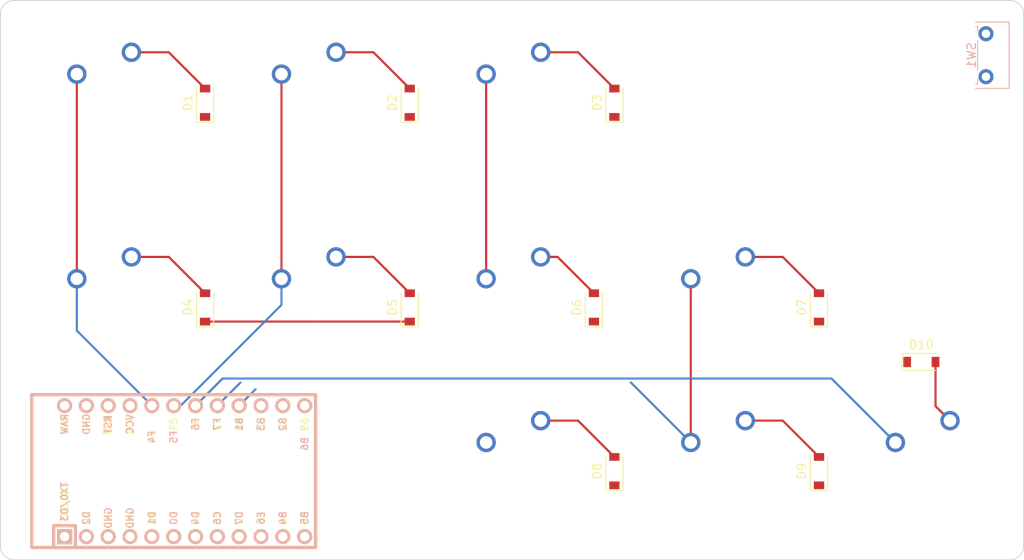
<source format=kicad_pcb>
(kicad_pcb (version 20211014) (generator pcbnew)
  (layers (0 "F.Cu" signal) (31 "B.Cu" signal) (34 "B.Paste" user) (35 "F.Paste" user) (36 "B.SilkS" user "B.Silkscreen") (37 "F.SilkS" user "F.Silkscreen") (38 "B.Mask" user) (39 "F.Mask" user) (44 "Edge.Cuts" user))
  (net 0 "")
  (net 1 "/ROW0")
  (net 2 "Net-(D1-Pad2)")
  (net 3 "Net-(D2-Pad2)")
  (net 4 "Net-(D3-Pad2)")
  (net 5 "/ROW1")
  (net 6 "Net-(D4-Pad2)")
  (net 7 "Net-(D5-Pad2)")
  (net 8 "Net-(D6-Pad2)")
  (net 9 "Net-(D7-Pad2)")
  (net 10 "/ROW2")
  (net 11 "Net-(D8-Pad2)")
  (net 12 "Net-(D9-Pad2)")
  (net 13 "Net-(D10-Pad2)")
  (net 14 "/COL0")
  (net 15 "/COL1")
  (net 16 "/COL2")
  (net 17 "/COL3")
  (net 18 "/COL4")
  (net 19 "GND")
  (net 20 "Net-(SW1-Pad1)")
  (net 30 "+5V")
  (footprint "Diode_SMD:D_SOD-123" (layer "F.Cu") (at 152.4 73.81875 90)
    (fp_text reference "D4" (at 0 -2 90) (layer "F.SilkS"))
    (fp_text value "D_Small")
    (fp_line (start -2.25 -1) (end 1.65 -1) (layer "F.SilkS") (width 0.12))
    (fp_line (start -2.25 -1) (end -2.25 1) (layer "F.SilkS") (width 0.12))
    (fp_line (start -2.25 1) (end 1.65 1) (layer "F.SilkS") (width 0.12))
    (pad "1" smd rect (at -1.65 0 90) (size 0.9 1.2) (layers "F.Cu" "F.Paste" "F.Mask") (net 5 "/ROW1"))
    (pad "2" smd rect (at 1.65 0 90) (size 0.9 1.2) (layers "F.Cu" "F.Paste" "F.Mask") (net 6 "Net-(D4-Pad2)"))
  )
  (footprint "Diode_SMD:D_SOD-123" (layer "F.Cu") (at 223.8375 73.81875 90)
    (fp_text reference "D7" (at 0 -2 90) (layer "F.SilkS"))
    (fp_text value "D_Small")
    (fp_line (start -2.25 -1) (end -2.25 1) (layer "F.SilkS") (width 0.12))
    (fp_line (start -2.25 1) (end 1.65 1) (layer "F.SilkS") (width 0.12))
    (fp_line (start -2.25 -1) (end 1.65 -1) (layer "F.SilkS") (width 0.12))
    (pad "1" smd rect (at -1.65 0 90) (size 0.9 1.2) (layers "F.Cu" "F.Paste" "F.Mask") (net 5 "/ROW1"))
    (pad "2" smd rect (at 1.65 0 90) (size 0.9 1.2) (layers "F.Cu" "F.Paste" "F.Mask") (net 9 "Net-(D7-Pad2)"))
  )
  (footprint "MX_Only:MXOnly-1U-NoLED" (layer "F.Cu") (at 188.9125 49.2125)
    (fp_text reference "MX3")
    (fp_text value "MX-NoLED")
    (pad "" np_thru_hole circle locked (at 0 0) (size 3.9878 3.9878) (drill 3.9878) (layers *.Cu *.Mask))
    (pad "" np_thru_hole circle locked (at -5.08 0 48.0996) (size 1.75 1.75) (drill 1.75) (layers *.Cu *.Mask))
    (pad "" np_thru_hole circle locked (at 5.08 0 48.0996) (size 1.75 1.75) (drill 1.75) (layers *.Cu *.Mask))
    (pad "1" thru_hole circle locked (at -3.81 -2.54) (size 2.25 2.25) (drill 1.47) (layers *.Cu "B.Mask") (net 16 "/COL2"))
    (pad "2" thru_hole circle locked (at 2.54 -5.08) (size 2.25 2.25) (drill 1.47) (layers *.Cu "B.Mask") (net 4 "Net-(D3-Pad2)"))
  )
  (footprint "MX_Only:MXOnly-1U-NoLED" (layer "F.Cu") (at 212.725 73.025)
    (fp_text reference "MX7")
    (fp_text value "MX-NoLED")
    (pad "" np_thru_hole circle locked (at 5.08 0 48.0996) (size 1.75 1.75) (drill 1.75) (layers *.Cu *.Mask))
    (pad "" np_thru_hole circle locked (at 0 0) (size 3.9878 3.9878) (drill 3.9878) (layers *.Cu *.Mask))
    (pad "" np_thru_hole circle locked (at -5.08 0 48.0996) (size 1.75 1.75) (drill 1.75) (layers *.Cu *.Mask))
    (pad "1" thru_hole circle locked (at -3.81 -2.54) (size 2.25 2.25) (drill 1.47) (layers *.Cu "B.Mask") (net 17 "/COL3"))
    (pad "2" thru_hole circle locked (at 2.54 -5.08) (size 2.25 2.25) (drill 1.47) (layers *.Cu "B.Mask") (net 9 "Net-(D7-Pad2)"))
  )
  (footprint "MX_Only:MXOnly-1U-NoLED" (layer "F.Cu") (at 165.1 73.025)
    (fp_text reference "MX5")
    (fp_text value "MX-NoLED")
    (pad "" np_thru_hole circle locked (at 5.08 0 48.0996) (size 1.75 1.75) (drill 1.75) (layers *.Cu *.Mask))
    (pad "" np_thru_hole circle locked (at -5.08 0 48.0996) (size 1.75 1.75) (drill 1.75) (layers *.Cu *.Mask))
    (pad "" np_thru_hole circle locked (at 0 0) (size 3.9878 3.9878) (drill 3.9878) (layers *.Cu *.Mask))
    (pad "1" thru_hole circle locked (at -3.81 -2.54) (size 2.25 2.25) (drill 1.47) (layers *.Cu "B.Mask") (net 15 "/COL1"))
    (pad "2" thru_hole circle locked (at 2.54 -5.08) (size 2.25 2.25) (drill 1.47) (layers *.Cu "B.Mask") (net 7 "Net-(D5-Pad2)"))
  )
  (footprint "MX_Only:MXOnly-1U-NoLED" (layer "F.Cu") (at 165.1 49.2125)
    (fp_text reference "MX2")
    (fp_text value "MX-NoLED")
    (pad "" np_thru_hole circle locked (at 5.08 0 48.0996) (size 1.75 1.75) (drill 1.75) (layers *.Cu *.Mask))
    (pad "" np_thru_hole circle locked (at 0 0) (size 3.9878 3.9878) (drill 3.9878) (layers *.Cu *.Mask))
    (pad "" np_thru_hole circle locked (at -5.08 0 48.0996) (size 1.75 1.75) (drill 1.75) (layers *.Cu *.Mask))
    (pad "1" thru_hole circle locked (at -3.81 -2.54) (size 2.25 2.25) (drill 1.47) (layers *.Cu "B.Mask") (net 15 "/COL1"))
    (pad "2" thru_hole circle locked (at 2.54 -5.08) (size 2.25 2.25) (drill 1.47) (layers *.Cu "B.Mask") (net 3 "Net-(D2-Pad2)"))
  )
  (footprint "MX_Only:MXOnly-1U-NoLED" (layer "F.Cu") (at 141.2875 73.025)
    (fp_text reference "MX4")
    (fp_text value "MX-NoLED")
    (pad "" np_thru_hole circle locked (at 0 0) (size 3.9878 3.9878) (drill 3.9878) (layers *.Cu *.Mask))
    (pad "" np_thru_hole circle locked (at -5.08 0 48.0996) (size 1.75 1.75) (drill 1.75) (layers *.Cu *.Mask))
    (pad "" np_thru_hole circle locked (at 5.08 0 48.0996) (size 1.75 1.75) (drill 1.75) (layers *.Cu *.Mask))
    (pad "1" thru_hole circle locked (at -3.81 -2.54) (size 2.25 2.25) (drill 1.47) (layers *.Cu "B.Mask") (net 14 "/COL0"))
    (pad "2" thru_hole circle locked (at 2.54 -5.08) (size 2.25 2.25) (drill 1.47) (layers *.Cu "B.Mask") (net 6 "Net-(D4-Pad2)"))
  )
  (footprint "MX_Only:MXOnly-1U-NoLED" (layer "F.Cu") (at 188.9125 73.025)
    (fp_text reference "MX6")
    (fp_text value "MX-NoLED")
    (pad "" np_thru_hole circle locked (at -5.08 0 48.0996) (size 1.75 1.75) (drill 1.75) (layers *.Cu *.Mask))
    (pad "" np_thru_hole circle locked (at 5.08 0 48.0996) (size 1.75 1.75) (drill 1.75) (layers *.Cu *.Mask))
    (pad "" np_thru_hole circle locked (at 0 0) (size 3.9878 3.9878) (drill 3.9878) (layers *.Cu *.Mask))
    (pad "1" thru_hole circle locked (at -3.81 -2.54) (size 2.25 2.25) (drill 1.47) (layers *.Cu "B.Mask") (net 16 "/COL2"))
    (pad "2" thru_hole circle locked (at 2.54 -5.08) (size 2.25 2.25) (drill 1.47) (layers *.Cu "B.Mask") (net 8 "Net-(D6-Pad2)"))
  )
  (footprint "Diode_SMD:D_SOD-123" (layer "F.Cu") (at 200.025 92.86875 90)
    (fp_text reference "D8" (at 0 -2 90) (layer "F.SilkS"))
    (fp_text value "D_Small")
    (fp_line (start -2.25 -1) (end 1.65 -1) (layer "F.SilkS") (width 0.12))
    (fp_line (start -2.25 1) (end 1.65 1) (layer "F.SilkS") (width 0.12))
    (fp_line (start -2.25 -1) (end -2.25 1) (layer "F.SilkS") (width 0.12))
    (pad "1" smd rect (at -1.65 0 90) (size 0.9 1.2) (layers "F.Cu" "F.Paste" "F.Mask") (net 10 "/ROW2"))
    (pad "2" smd rect (at 1.65 0 90) (size 0.9 1.2) (layers "F.Cu" "F.Paste" "F.Mask") (net 11 "Net-(D8-Pad2)"))
  )
  (footprint "Diode_SMD:D_SOD-123" (layer "F.Cu") (at 223.8375 92.86875 90)
    (fp_text reference "D9" (at 0 -2 90) (layer "F.SilkS"))
    (fp_text value "D_Small")
    (fp_line (start -2.25 -1) (end 1.65 -1) (layer "F.SilkS") (width 0.12))
    (fp_line (start -2.25 1) (end 1.65 1) (layer "F.SilkS") (width 0.12))
    (fp_line (start -2.25 -1) (end -2.25 1) (layer "F.SilkS") (width 0.12))
    (pad "1" smd rect (at -1.65 0 90) (size 0.9 1.2) (layers "F.Cu" "F.Paste" "F.Mask") (net 10 "/ROW2"))
    (pad "2" smd rect (at 1.65 0 90) (size 0.9 1.2) (layers "F.Cu" "F.Paste" "F.Mask") (net 12 "Net-(D9-Pad2)"))
  )
  (footprint "Diode_SMD:D_SOD-123" (layer "F.Cu") (at 176.2125 73.81875 90)
    (fp_text reference "D5" (at 0 -2 90) (layer "F.SilkS"))
    (fp_text value "D_Small")
    (fp_line (start -2.25 -1) (end 1.65 -1) (layer "F.SilkS") (width 0.12))
    (fp_line (start -2.25 1) (end 1.65 1) (layer "F.SilkS") (width 0.12))
    (fp_line (start -2.25 -1) (end -2.25 1) (layer "F.SilkS") (width 0.12))
    (pad "1" smd rect (at -1.65 0 90) (size 0.9 1.2) (layers "F.Cu" "F.Paste" "F.Mask") (net 5 "/ROW1"))
    (pad "2" smd rect (at 1.65 0 90) (size 0.9 1.2) (layers "F.Cu" "F.Paste" "F.Mask") (net 7 "Net-(D5-Pad2)"))
  )
  (footprint "Diode_SMD:D_SOD-123" (layer "F.Cu") (at 197.64375 73.81875 90)
    (fp_text reference "D6" (at 0 -2 90) (layer "F.SilkS"))
    (fp_text value "D_Small")
    (fp_line (start -2.25 -1) (end 1.65 -1) (layer "F.SilkS") (width 0.12))
    (fp_line (start -2.25 1) (end 1.65 1) (layer "F.SilkS") (width 0.12))
    (fp_line (start -2.25 -1) (end -2.25 1) (layer "F.SilkS") (width 0.12))
    (pad "1" smd rect (at -1.65 0 90) (size 0.9 1.2) (layers "F.Cu" "F.Paste" "F.Mask") (net 5 "/ROW1"))
    (pad "2" smd rect (at 1.65 0 90) (size 0.9 1.2) (layers "F.Cu" "F.Paste" "F.Mask") (net 8 "Net-(D6-Pad2)"))
  )
  (footprint "MX_Only:MXOnly-1U-NoLED" (layer "F.Cu") (at 212.725 92.075)
    (fp_text reference "MX9")
    (fp_text value "MX-NoLED")
    (pad "" np_thru_hole circle locked (at 0 0) (size 3.9878 3.9878) (drill 3.9878) (layers *.Cu *.Mask))
    (pad "" np_thru_hole circle locked (at 5.08 0 48.0996) (size 1.75 1.75) (drill 1.75) (layers *.Cu *.Mask))
    (pad "" np_thru_hole circle locked (at -5.08 0 48.0996) (size 1.75 1.75) (drill 1.75) (layers *.Cu *.Mask))
    (pad "1" thru_hole circle locked (at -3.81 -2.54) (size 2.25 2.25) (drill 1.47) (layers *.Cu "B.Mask") (net 17 "/COL3"))
    (pad "2" thru_hole circle locked (at 2.54 -5.08) (size 2.25 2.25) (drill 1.47) (layers *.Cu "B.Mask") (net 12 "Net-(D9-Pad2)"))
  )
  (footprint "MX_Only:MXOnly-1U-NoLED" (layer "F.Cu") (at 188.9125 92.075)
    (fp_text reference "MX8")
    (fp_text value "MX-NoLED")
    (pad "" np_thru_hole circle locked (at 5.08 0 48.0996) (size 1.75 1.75) (drill 1.75) (layers *.Cu *.Mask))
    (pad "" np_thru_hole circle locked (at 0 0) (size 3.9878 3.9878) (drill 3.9878) (layers *.Cu *.Mask))
    (pad "" np_thru_hole circle locked (at -5.08 0 48.0996) (size 1.75 1.75) (drill 1.75) (layers *.Cu *.Mask))
    (pad "1" thru_hole circle locked (at -3.81 -2.54) (size 2.25 2.25) (drill 1.47) (layers *.Cu "B.Mask") (net 16 "/COL2"))
    (pad "2" thru_hole circle locked (at 2.54 -5.08) (size 2.25 2.25) (drill 1.47) (layers *.Cu "B.Mask") (net 11 "Net-(D8-Pad2)"))
  )
  (footprint "Diode_SMD:D_SOD-123" (layer "F.Cu") (at 152.4 50.00625 90)
    (fp_text reference "D1" (at 0 -2 90) (layer "F.SilkS"))
    (fp_text value "D_Small")
    (fp_line (start -2.25 1) (end 1.65 1) (layer "F.SilkS") (width 0.12))
    (fp_line (start -2.25 -1) (end 1.65 -1) (layer "F.SilkS") (width 0.12))
    (fp_line (start -2.25 -1) (end -2.25 1) (layer "F.SilkS") (width 0.12))
    (pad "1" smd rect (at -1.65 0 90) (size 0.9 1.2) (layers "F.Cu" "F.Paste" "F.Mask") (net 1 "/ROW0"))
    (pad "2" smd rect (at 1.65 0 90) (size 0.9 1.2) (layers "F.Cu" "F.Paste" "F.Mask") (net 2 "Net-(D1-Pad2)"))
  )
  (footprint "Keebio-Parts:ArduinoProMicro" (layer "F.Cu") (at 150.01875 92.86875)
    (fp_text reference "U1" hide)
    (fp_text value "ProMicro" hide)
    (fp_text user "GND" (at -8.89 5.461 90) (layer "B.SilkS") (effects (font (size 0.8 0.8)) (justify mirror)))
    (fp_text user "D0" (at -1.27 5.461 90) (layer "B.SilkS") (effects (font (size 0.8 0.8)) (justify mirror)))
    (fp_text user "F5" (at -1.27 -3.96875 90) (layer "B.SilkS") (effects (font (size 0.8 0.8)) (justify mirror)))
    (fp_text user "B1" (at 6.35 -5.461 90) (layer "B.SilkS") (effects (font (size 0.8 0.8)) (justify mirror)))
    (fp_text user "VCC" (at -6.35 -5.461 90) (layer "B.SilkS") (effects (font (size 0.8 0.8)) (justify mirror)))
    (fp_text user "F7" (at 3.81 -5.461 90) (layer "B.SilkS") (effects (font (size 0.8 0.8)) (justify mirror)))
    (fp_text user "C6" (at 3.81 5.461 90) (layer "B.SilkS") (effects (font (size 0.8 0.8)) (justify mirror)))
    (fp_text user "ST" (at -8.91 -5.04 90) (layer "B.SilkS") (effects (font (size 0.8 0.8)) (justify mirror)))
    (fp_text user "F4" (at -3.81 -3.96875 90) (layer "B.SilkS") (effects (font (size 0.8 0.8)) (justify mirror)))
    (fp_text user "RAW" (at -13.97 -5.461 90) (layer "B.SilkS") (effects (font (size 0.8 0.8)) (justify mirror)))
    (fp_text user "F6" (at 1.27 -5.461 90) (layer "B.SilkS") (effects (font (size 0.8 0.8)) (justify mirror)))
    (fp_text user "B6" (at 13.97 -3.175 90) (layer "B.SilkS") (effects (font (size 0.8 0.8)) (justify mirror)))
    (fp_text user "B2" (at 11.43 -5.461 90) (layer "B.SilkS") (effects (font (size 0.8 0.8)) (justify mirror)))
    (fp_text user "D1" (at -3.81 5.461 90) (layer "B.SilkS") (effects (font (size 0.8 0.8)) (justify mirror)))
    (fp_text user "D7" (at 6.35 5.461 90) (layer "B.SilkS") (effects (font (size 0.8 0.8)) (justify mirror)))
    (fp_text user "D2" (at -11.43 5.461 90) (layer "B.SilkS") (effects (font (size 0.8 0.8)) (justify mirror)))
    (fp_text user "B4" (at 11.43 5.461 90) (layer "B.SilkS") (effects (font (size 0.8 0.8)) (justify mirror)))
    (fp_text user "E6" (at 8.89 5.461 90) (layer "B.SilkS") (effects (font (size 0.8 0.8)) (justify mirror)))
    (fp_text user "B3" (at 8.89 -5.461 90) (layer "B.SilkS") (effects (font (size 0.8 0.8)) (justify mirror)))
    (fp_text user "GND" (at -6.35 5.461 90) (layer "B.SilkS") (effects (font (size 0.8 0.8)) (justify mirror)))
    (fp_text user "B5" (at 13.97 5.461 90) (layer "B.SilkS") (effects (font (size 0.8 0.8)) (justify mirror)))
    (fp_text user "TX0/D3" (at -13.97 3.571872 90) (layer "B.SilkS") (effects (font (size 0.8 0.8)) (justify mirror)))
    (fp_text user "D4" (at 1.27 5.461 90) (layer "B.SilkS") (effects (font (size 0.8 0.8)) (justify mirror)))
    (fp_text user "GND" (at -11.43 -5.461 90) (layer "B.SilkS") (effects (font (size 0.8 0.8)) (justify mirror)))
    (fp_text user "B4" (at 11.43 5.461 90) (layer "F.SilkS") (effects (font (size 0.8 0.8))))
    (fp_text user "GND" (at -6.35 5.461 90) (layer "F.SilkS") (effects (font (size 0.8 0.8))))
    (fp_text user "TX0/D3" (at -13.97 3.571872 90) (layer "F.SilkS") (effects (font (size 0.8 0.8))))
    (fp_text user "ST" (at -8.92 -5.73312 90) (layer "F.SilkS") (effects (font (size 0.8 0.8))))
    (fp_text user "D4" (at 1.27 5.461 90) (layer "F.SilkS") (effects (font (size 0.8 0.8))))
    (fp_text user "E6" (at 8.89 5.461 90) (layer "F.SilkS") (effects (font (size 0.8 0.8))))
    (fp_text user "RAW" (at -13.97 -5.461 90) (layer "F.SilkS") (effects (font (size 0.8 0.8))))
    (fp_text user "B2" (at 11.43 -5.461 90) (layer "F.SilkS") (effects (font (size 0.8 0.8))))
    (fp_text user "B6" (at 13.97 -5.461 90) (layer "F.SilkS") (effects (font (size 0.8 0.8))))
    (fp_text user "F6" (at 1.27 -5.461 90) (layer "F.SilkS") (effects (font (size 0.8 0.8))))
    (fp_text user "F7" (at 3.81 -5.461 90) (layer "F.SilkS") (effects (font (size 0.8 0.8))))
    (fp_text user "D2" (at -11.43 5.461 90) (layer "F.SilkS") (effects (font (size 0.8 0.8))))
    (fp_text user "C6" (at 3.81 5.461 90) (layer "F.SilkS") (effects (font (size 0.8 0.8))))
    (fp_text user "D7" (at 6.35 5.461 90) (layer "F.SilkS") (effects (font (size 0.8 0.8))))
    (fp_text user "B5" (at 13.97 5.461 90) (layer "F.SilkS") (effects (font (size 0.8 0.8))))
    (fp_text user "B3" (at 8.89 -5.461 90) (layer "F.SilkS") (effects (font (size 0.8 0.8))))
    (fp_text user "GND" (at -11.43 -5.461 90) (layer "F.SilkS") (effects (font (size 0.8 0.8))))
    (fp_text user "VCC" (at -6.35 -5.461 90) (layer "F.SilkS") (effects (font (size 0.8 0.8))))
    (fp_text user "F4" (at -3.81 -3.96875 90) (layer "F.SilkS") (effects (font (size 0.8 0.8))))
    (fp_text user "GND" (at -8.89 5.461 90) (layer "F.SilkS") (effects (font (size 0.8 0.8))))
    (fp_text user "F5" (at -1.27 -5.461 90) (layer "F.SilkS") (effects (font (size 0.8 0.8))))
    (fp_text user "D0" (at -1.27 5.461 90) (layer "F.SilkS") (effects (font (size 0.8 0.8))))
    (fp_text user "D1" (at -3.81 5.461 90) (layer "F.SilkS") (effects (font (size 0.8 0.8))))
    (fp_text user "B1" (at 6.35 -5.461 90) (layer "F.SilkS") (effects (font (size 0.8 0.8))))
    (fp_line (start -12.7 6.35) (end -12.7 8.89) (layer "B.SilkS") (width 0.381))
    (fp_line (start 15.24 8.89) (end 15.24 -8.89) (layer "B.SilkS") (width 0.381))
    (fp_line (start -15.24 6.35) (end -12.7 6.35) (layer "B.SilkS") (width 0.381))
    (fp_line (start 15.24 -8.89) (end -17.78 -8.89) (layer "B.SilkS") (width 0.381))
    (fp_line (start -17.78 8.89) (end 15.24 8.89) (layer "B.SilkS") (width 0.381))
    (fp_line (start -15.24 6.35) (end -15.24 8.89) (layer "B.SilkS") (width 0.381))
    (fp_line (start -17.78 -8.89) (end -17.78 8.89) (layer "B.SilkS") (width 0.381))
    (fp_poly (pts (xy -8.75097 -5.844635) (xy -8.55097 -5.844635) (xy -8.55097 -5.944635) (xy -8.75097 -5.944635)) (layer "B.SilkS") (width 0.15) (fill solid))
    (fp_poly (pts (xy -9.35097 -6.244635) (xy -8.55097 -6.244635) (xy -8.55097 -6.344635) (xy -9.35097 -6.344635)) (layer "B.SilkS") (width 0.15) (fill solid))
    (fp_poly (pts (xy -9.35097 -5.844635) (xy -9.25097 -5.844635) (xy -9.25097 -6.344635) (xy -9.35097 -6.344635)) (layer "B.SilkS") (width 0.15) (fill solid))
    (fp_poly (pts (xy -9.35097 -5.844635) (xy -9.05097 -5.844635) (xy -9.05097 -5.944635) (xy -9.35097 -5.944635)) (layer "B.SilkS") (width 0.15) (fill solid))
    (fp_poly (pts (xy -8.95097 -6.044635) (xy -8.85097 -6.044635) (xy -8.85097 -6.144635) (xy -8.95097 -6.144635)) (layer "B.SilkS") (width 0.15) (fill solid))
    (fp_line (start -15.24 6.35) (end -12.7 6.35) (layer "F.SilkS") (width 0.381))
    (fp_line (start -12.7 6.35) (end -12.7 8.89) (layer "F.SilkS") (width 0.381))
    (fp_line (start 15.24 8.89) (end 15.24 -8.89) (layer "F.SilkS") (width 0.381))
    (fp_line (start -17.78 -8.89) (end -17.78 8.89) (layer "F.SilkS") (width 0.381))
    (fp_line (start -15.24 8.89) (end 15.24 8.89) (layer "F.SilkS") (width 0.381))
    (fp_line (start 15.24 -8.89) (end -15.24 -8.89) (layer "F.SilkS") (width 0.381))
    (fp_line (start -15.24 -8.89) (end -17.78 -8.89) (layer "F.SilkS") (width 0.381))
    (fp_line (start -15.24 6.35) (end -15.24 8.89) (layer "F.SilkS") (width 0.381))
    (fp_line (start -17.78 8.89) (end -15.24 8.89) (layer "F.SilkS") (width 0.381))
    (fp_poly (pts (xy -8.76064 -4.931568) (xy -8.56064 -4.931568) (xy -8.56064 -4.831568) (xy -8.76064 -4.831568)) (layer "F.SilkS") (width 0.15) (fill solid))
    (fp_poly (pts (xy -8.96064 -4.731568) (xy -8.86064 -4.731568) (xy -8.86064 -4.631568) (xy -8.96064 -4.631568)) (layer "F.SilkS") (width 0.15) (fill solid))
    (fp_poly (pts (xy -9.36064 -4.531568) (xy -8.56064 -4.531568) (xy -8.56064 -4.431568) (xy -9.36064 -4.431568)) (layer "F.SilkS") (width 0.15) (fill solid))
    (fp_poly (pts (xy -9.36064 -4.931568) (xy -9.06064 -4.931568) (xy -9.06064 -4.831568) (xy -9.36064 -4.831568)) (layer "F.SilkS") (width 0.15) (fill solid))
    (fp_poly (pts (xy -9.36064 -4.931568) (xy -9.26064 -4.931568) (xy -9.26064 -4.431568) (xy -9.36064 -4.431568)) (layer "F.SilkS") (width 0.15) (fill solid))
    (pad "1" thru_hole rect locked (at -13.97 7.62) (size 1.7526 1.7526) (drill 1.0922) (layers *.Cu *.SilkS *.Mask))
    (pad "2" thru_hole circle locked (at -11.43 7.62) (size 1.7526 1.7526) (drill 1.0922) (layers *.Cu *.SilkS *.Mask))
    (pad "3" thru_hole circle locked (at -8.89 7.62) (size 1.7526 1.7526) (drill 1.0922) (layers *.Cu *.SilkS *.Mask) (net 19 "GND"))
    (pad "4" thru_hole circle locked (at -6.35 7.62) (size 1.7526 1.7526) (drill 1.0922) (layers *.Cu *.SilkS *.Mask) (net 19 "GND"))
    (pad "5" thru_hole circle locked (at -3.81 7.62) (size 1.7526 1.7526) (drill 1.0922) (layers *.Cu *.SilkS *.Mask))
    (pad "6" thru_hole circle locked (at -1.27 7.62) (size 1.7526 1.7526) (drill 1.0922) (layers *.Cu *.SilkS *.Mask))
    (pad "7" thru_hole circle locked (at 1.27 7.62) (size 1.7526 1.7526) (drill 1.0922) (layers *.Cu *.SilkS *.Mask))
    (pad "8" thru_hole circle locked (at 3.81 7.62) (size 1.7526 1.7526) (drill 1.0922) (layers *.Cu *.SilkS *.Mask))
    (pad "9" thru_hole circle locked (at 6.35 7.62) (size 1.7526 1.7526) (drill 1.0922) (layers *.Cu *.SilkS *.Mask))
    (pad "10" thru_hole circle locked (at 8.89 7.62) (size 1.7526 1.7526) (drill 1.0922) (layers *.Cu *.SilkS *.Mask))
    (pad "11" thru_hole circle locked (at 11.43 7.62) (size 1.7526 1.7526) (drill 1.0922) (layers *.Cu *.SilkS *.Mask))
    (pad "12" thru_hole circle locked (at 13.97 7.62) (size 1.7526 1.7526) (drill 1.0922) (layers *.Cu *.SilkS *.Mask))
    (pad "13" thru_hole circle locked (at 13.97 -7.62) (size 1.7526 1.7526) (drill 1.0922) (layers *.Cu *.SilkS *.Mask) (net 10 "/ROW2"))
    (pad "14" thru_hole circle locked (at 11.43 -7.62) (size 1.7526 1.7526) (drill 1.0922) (layers *.Cu *.SilkS *.Mask) (net 5 "/ROW1"))
    (pad "15" thru_hole circle locked (at 8.89 -7.62) (size 1.7526 1.7526) (drill 1.0922) (layers *.Cu *.SilkS *.Mask) (net 1 "/ROW0"))
    (pad "16" thru_hole circle locked (at 6.35 -7.62) (size 1.7526 1.7526) (drill 1.0922) (layers *.Cu *.SilkS *.Mask) (net 16 "/COL2"))
    (pad "17" thru_hole circle locked (at 3.81 -7.62) (size 1.7526 1.7526) (drill 1.0922) (layers *.Cu *.SilkS *.Mask) (net 17 "/COL3"))
    (pad "18" thru_hole circle locked (at 1.27 -7.62) (size 1.7526 1.7526) (drill 1.0922) (layers *.Cu *.SilkS *.Mask) (net 18 "/COL4"))
    (pad "19" thru_hole circle locked (at -1.27 -7.62) (size 1.7526 1.7526) (drill 1.0922) (layers *.Cu *.SilkS *.Mask) (net 15 "/COL1"))
    (pad "20" thru_hole circle locked (at -3.81 -7.62) (size 1.7526 1.7526) (drill 1.0922) (layers *.Cu *.SilkS *.Mask) (net 14 "/COL0"))
    (pad "21" thru_hole circle locked (at -6.35 -7.62) (size 1.7526 1.7526) (drill 1.0922) (layers *.Cu *.SilkS *.Mask) (net 30 "+5V"))
    (pad "22" thru_hole circle locked (at -8.89 -7.62) (size 1.7526 1.7526) (drill 1.0922) (layers *.Cu *.SilkS *.Mask) (net 20 "Net-(SW1-Pad1)"))
    (pad "23" thru_hole circle locked (at -11.43 -7.62) (size 1.7526 1.7526) (drill 1.0922) (layers *.Cu *.SilkS *.Mask) (net 19 "GND"))
    (pad "24" thru_hole circle locked (at -13.97 -7.62) (size 1.7526 1.7526) (drill 1.0922) (layers *.Cu *.SilkS *.Mask))
  )
  (footprint "Diode_SMD:D_SOD-123" (layer "F.Cu") (at 200.025 50.00625 90)
    (fp_text reference "D3" (at 0 -2 90) (layer "F.SilkS"))
    (fp_text value "D_Small")
    (fp_line (start -2.25 1) (end 1.65 1) (layer "F.SilkS") (width 0.12))
    (fp_line (start -2.25 -1) (end -2.25 1) (layer "F.SilkS") (width 0.12))
    (fp_line (start -2.25 -1) (end 1.65 -1) (layer "F.SilkS") (width 0.12))
    (pad "1" smd rect (at -1.65 0 90) (size 0.9 1.2) (layers "F.Cu" "F.Paste" "F.Mask") (net 1 "/ROW0"))
    (pad "2" smd rect (at 1.65 0 90) (size 0.9 1.2) (layers "F.Cu" "F.Paste" "F.Mask") (net 4 "Net-(D3-Pad2)"))
  )
  (footprint "MX_Only:MXOnly-1U-NoLED" (layer "F.Cu") (at 236.5375 92.075)
    (fp_text reference "MX10")
    (fp_text value "MX-NoLED")
    (pad "" np_thru_hole circle locked (at 0 0) (size 3.9878 3.9878) (drill 3.9878) (layers *.Cu *.Mask))
    (pad "" np_thru_hole circle locked (at 5.08 0 48.0996) (size 1.75 1.75) (drill 1.75) (layers *.Cu *.Mask))
    (pad "" np_thru_hole circle locked (at -5.08 0 48.0996) (size 1.75 1.75) (drill 1.75) (layers *.Cu *.Mask))
    (pad "1" thru_hole circle locked (at -3.81 -2.54) (size 2.25 2.25) (drill 1.47) (layers *.Cu "B.Mask") (net 18 "/COL4"))
    (pad "2" thru_hole circle locked (at 2.54 -5.08) (size 2.25 2.25) (drill 1.47) (layers *.Cu "B.Mask") (net 13 "Net-(D10-Pad2)"))
  )
  (footprint "Diode_SMD:D_SOD-123" (layer "F.Cu") (at 176.2125 50.00625 90)
    (fp_text reference "D2" (at 0 -2 90) (layer "F.SilkS"))
    (fp_text value "D_Small")
    (fp_line (start -2.25 -1) (end -2.25 1) (layer "F.SilkS") (width 0.12))
    (fp_line (start -2.25 1) (end 1.65 1) (layer "F.SilkS") (width 0.12))
    (fp_line (start -2.25 -1) (end 1.65 -1) (layer "F.SilkS") (width 0.12))
    (pad "1" smd rect (at -1.65 0 90) (size 0.9 1.2) (layers "F.Cu" "F.Paste" "F.Mask") (net 1 "/ROW0"))
    (pad "2" smd rect (at 1.65 0 90) (size 0.9 1.2) (layers "F.Cu" "F.Paste" "F.Mask") (net 3 "Net-(D2-Pad2)"))
  )
  (footprint "MX_Only:MXOnly-1U-NoLED" (layer "F.Cu") (at 141.2875 49.2125)
    (fp_text reference "MX1")
    (fp_text value "MX-NoLED")
    (pad "" np_thru_hole circle locked (at 0 0) (size 3.9878 3.9878) (drill 3.9878) (layers *.Cu *.Mask))
    (pad "" np_thru_hole circle locked (at -5.08 0 48.0996) (size 1.75 1.75) (drill 1.75) (layers *.Cu *.Mask))
    (pad "" np_thru_hole circle locked (at 5.08 0 48.0996) (size 1.75 1.75) (drill 1.75) (layers *.Cu *.Mask))
    (pad "1" thru_hole circle locked (at -3.81 -2.54) (size 2.25 2.25) (drill 1.47) (layers *.Cu "B.Mask") (net 14 "/COL0"))
    (pad "2" thru_hole circle locked (at 2.54 -5.08) (size 2.25 2.25) (drill 1.47) (layers *.Cu "B.Mask") (net 2 "Net-(D1-Pad2)"))
  )
  (footprint "Diode_SMD:D_SOD-123" (layer "F.Cu") (at 235.74375 80.16875)
    (fp_text reference "D10" (at 0 -2) (layer "F.SilkS"))
    (fp_text value "D_Small")
    (fp_line (start -2.25 -1) (end -2.25 1) (layer "F.SilkS") (width 0.12))
    (fp_line (start -2.25 -1) (end 1.65 -1) (layer "F.SilkS") (width 0.12))
    (fp_line (start -2.25 1) (end 1.65 1) (layer "F.SilkS") (width 0.12))
    (pad "1" smd rect (at -1.65 0) (size 0.9 1.2) (layers "F.Cu" "F.Paste" "F.Mask") (net 10 "/ROW2"))
    (pad "2" smd rect (at 1.65 0) (size 0.9 1.2) (layers "F.Cu" "F.Paste" "F.Mask") (net 13 "Net-(D10-Pad2)"))
  )
  (footprint "Keebio-Parts:SW_Tactile_SPST_Angled_MJTP1117-no-mount" (layer "B.Cu") (at 243.2625 46.975 90)
    (fp_text reference "SW1" (at 2.5 -1.68 90) (layer "B.SilkS") (effects (justify mirror)))
    (fp_text value "SW_Push")
    (fp_line (start 5.84 -0.97) (end 5.84 -1.2) (layer "B.SilkS") (width 0.12))
    (fp_line (start 5.3 -0.97) (end 5.84 -0.97) (layer "B.SilkS") (width 0.12))
    (fp_line (start 0.8 -0.97) (end 4.2 -0.97) (layer "B.SilkS") (width 0.12))
    (fp_line (start 6.36 2.7) (end 6.36 -1.2) (layer "B.SilkS") (width 0.12))
    (fp_line (start -1.36 2.7) (end -1.36 -1.2) (layer "B.SilkS") (width 0.12))
    (fp_line (start -0.84 -0.97) (end -0.3 -0.97) (layer "B.SilkS") (width 0.12))
    (fp_line (start -0.84 -0.97) (end -0.84 -1.2) (layer "B.SilkS") (width 0.12))
    (fp_line (start -1.36 2.7) (end 6.36 2.7) (layer "B.SilkS") (width 0.12))
    (pad "" np_thru_hole circle locked (at 2.5 1.21 90) (size 1.2 1.2) (drill 1.2) (layers *.Cu *.Mask))
    (pad "1" thru_hole circle locked (at 0 0 90) (size 1.75 1.75) (drill 0.99) (layers *.Cu *.Mask) (net 20 "Net-(SW1-Pad1)"))
    (pad "2" thru_hole circle locked (at 5 0 90) (size 1.75 1.75) (drill 0.99) (layers *.Cu *.Mask) (net 19 "GND"))
  )
  (gr_line (start 128.5875 101.6) (end 128.5875 39.6875) (layer "Edge.Cuts") (width 0.1))
  (gr_arc (start 128.5875 39.6875) (mid 129.052468 38.564968) (end 130.175 38.1) (layer "Edge.Cuts") (width 0.1))
  (gr_line (start 247.65 39.6875) (end 247.65 101.6) (layer "Edge.Cuts") (width 0.1))
  (gr_arc (start 130.175 103.1875) (mid 129.052468 102.722532) (end 128.5875 101.6) (layer "Edge.Cuts") (width 0.1))
  (gr_arc (start 246.0625 38.1) (mid 247.185032 38.564968) (end 247.65 39.6875) (layer "Edge.Cuts") (width 0.1))
  (gr_line (start 130.175 38.1) (end 246.0625 38.1) (layer "Edge.Cuts") (width 0.1))
  (gr_line (start 246.0625 103.1875) (end 130.175 103.1875) (layer "Edge.Cuts") (width 0.1))
  (gr_arc (start 247.65 101.6) (mid 247.185032 102.722532) (end 246.0625 103.1875) (layer "Edge.Cuts") (width 0.1))
  (segment (start 143.8275 44.1325) (end 148.17625 44.1325) (width 0.254) (layer "F.Cu") (net 2))
  (segment (start 148.17625 44.1325) (end 152.4 48.35625) (width 0.254) (layer "F.Cu") (net 2))
  (segment (start 171.98875 44.1325) (end 176.2125 48.35625) (width 0.254) (layer "F.Cu") (net 3))
  (segment (start 167.64 44.1325) (end 171.98875 44.1325) (width 0.254) (layer "F.Cu") (net 3))
  (segment (start 191.4525 44.1325) (end 195.80125 44.1325) (width 0.254) (layer "F.Cu") (net 4))
  (segment (start 195.80125 44.1325) (end 200.025 48.35625) (width 0.254) (layer "F.Cu") (net 4))
  (segment (start 152.4 75.46875) (end 176.2125 75.46875) (width 0.254) (layer "F.Cu") (net 5))
  (segment (start 148.17625 67.945) (end 152.4 72.16875) (width 0.254) (layer "F.Cu") (net 6))
  (segment (start 143.8275 67.945) (end 148.17625 67.945) (width 0.254) (layer "F.Cu") (net 6))
  (segment (start 167.64 67.945) (end 171.98875 67.945) (width 0.254) (layer "F.Cu") (net 7))
  (segment (start 171.98875 67.945) (end 176.2125 72.16875) (width 0.254) (layer "F.Cu") (net 7))
  (segment (start 191.4525 67.945) (end 193.42 67.945) (width 0.254) (layer "F.Cu") (net 8))
  (segment (start 193.42 67.945) (end 197.64375 72.16875) (width 0.254) (layer "F.Cu") (net 8))
  (segment (start 219.61375 67.945) (end 223.8375 72.16875) (width 0.254) (layer "F.Cu") (net 9))
  (segment (start 215.265 67.945) (end 219.61375 67.945) (width 0.254) (layer "F.Cu") (net 9))
  (segment (start 195.80125 86.995) (end 200.025 91.21875) (width 0.254) (layer "F.Cu") (net 11))
  (segment (start 191.4525 86.995) (end 195.80125 86.995) (width 0.254) (layer "F.Cu") (net 11))
  (segment (start 191.77 86.995) (end 192.0875 87.3125) (width 0.254) (layer "B.Cu") (net 11))
  (segment (start 219.61375 86.995) (end 223.8375 91.21875) (width 0.254) (layer "F.Cu") (net 12))
  (segment (start 215.265 86.995) (end 219.61375 86.995) (width 0.254) (layer "F.Cu") (net 12))
  (segment (start 237.39375 85.31125) (end 237.39375 80.16875) (width 0.254) (layer "F.Cu") (net 13))
  (segment (start 239.0775 86.995) (end 237.39375 85.31125) (width 0.254) (layer "F.Cu") (net 13))
  (segment (start 137.4775 46.6725) (end 137.4775 70.485) (width 0.25) (layer "F.Cu") (net 14))
  (segment (start 137.4775 76.5175) (end 146.20875 85.24875) (width 0.25) (layer "B.Cu") (net 14))
  (segment (start 137.4775 70.485) (end 137.4775 76.5175) (width 0.25) (layer "B.Cu") (net 14))
  (segment (start 161.29 46.6725) (end 161.29 70.485) (width 0.25) (layer "F.Cu") (net 15))
  (segment (start 149.563341 85.24875) (end 148.74875 85.24875) (width 0.25) (layer "B.Cu") (net 15))
  (segment (start 161.29 73.522091) (end 149.563341 85.24875) (width 0.25) (layer "B.Cu") (net 15))
  (segment (start 161.29 70.485) (end 161.29 73.522091) (width 0.25) (layer "B.Cu") (net 15))
  (segment (start 185.1025 46.6725) (end 185.1025 70.485) (width 0.25) (layer "F.Cu") (net 16))
  (segment (start 158.27375 83.34375) (end 156.36875 85.24875) (width 0.25) (layer "B.Cu") (net 16))
  (segment (start 208.915 70.485) (end 208.915 89.535) (width 0.25) (layer "F.Cu") (net 17))
  (segment (start 208.915 89.535) (end 201.93 82.55) (width 0.25) (layer "B.Cu") (net 17))
  (segment (start 156.5275 82.55) (end 153.82875 85.24875) (width 0.25) (layer "B.Cu") (net 17))
  (segment (start 154.43902 82.09848) (end 151.28875 85.24875) (width 0.254) (layer "B.Cu") (net 18))
  (segment (start 225.29098 82.09848) (end 154.43902 82.09848) (width 0.254) (layer "B.Cu") (net 18))
  (segment (start 232.7275 89.535) (end 225.29098 82.09848) (width 0.254) (layer "B.Cu") (net 18))
)
</source>
